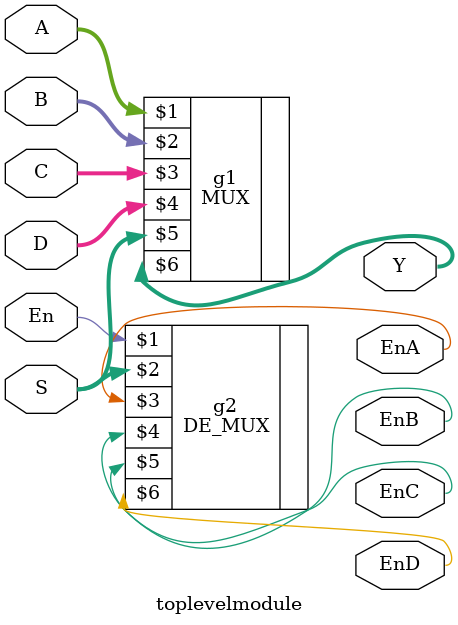
<source format=sv>
module toplevelmodule(A,B,C,D,S,En,EnA,EnB,EnC,EnD,Y);
  input [6:0] A,B,C,D;
  input [1:0] S;
  input En;
  output EnA,EnB,EnC,EnD;
  output [6:0] Y;  
  MUX g1 (A,B,C,D,S,Y);
  DE_MUX g2(En,S,EnA,EnB,EnC,EnD);
endmodule


</source>
